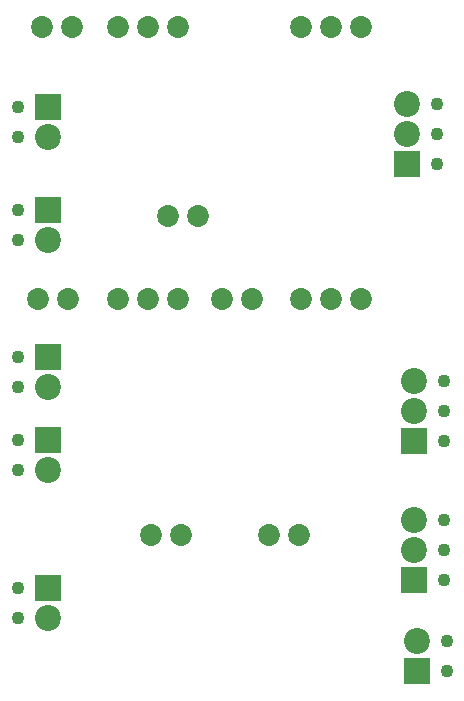
<source format=gbs>
%TF.GenerationSoftware,KiCad,Pcbnew,8.0.1*%
%TF.CreationDate,2024-09-29T19:32:40+02:00*%
%TF.ProjectId,CANPCB_TESTBENCH,43414e50-4342-45f5-9445-535442454e43,rev?*%
%TF.SameCoordinates,Original*%
%TF.FileFunction,Soldermask,Bot*%
%TF.FilePolarity,Negative*%
%FSLAX46Y46*%
G04 Gerber Fmt 4.6, Leading zero omitted, Abs format (unit mm)*
G04 Created by KiCad (PCBNEW 8.0.1) date 2024-09-29 19:32:40*
%MOMM*%
%LPD*%
G01*
G04 APERTURE LIST*
%ADD10C,1.854000*%
%ADD11C,1.100000*%
%ADD12R,2.200000X2.200000*%
%ADD13C,2.200000*%
G04 APERTURE END LIST*
D10*
%TO.C,JP10*%
X149000000Y-55000000D03*
X151540000Y-55000000D03*
%TD*%
%TO.C,JP9*%
X160540000Y-55000000D03*
X158000000Y-55000000D03*
X155460000Y-55000000D03*
%TD*%
%TO.C,JP8*%
X158230000Y-98000000D03*
X160770000Y-98000000D03*
%TD*%
%TO.C,JP7*%
X168230000Y-98000000D03*
X170770000Y-98000000D03*
%TD*%
%TO.C,JP6*%
X162270000Y-71000000D03*
X159730000Y-71000000D03*
%TD*%
%TO.C,JP5*%
X170960000Y-55000000D03*
X173500000Y-55000000D03*
X176040000Y-55000000D03*
%TD*%
%TO.C,JP4*%
X151270000Y-78000000D03*
X148730000Y-78000000D03*
%TD*%
%TO.C,JP3*%
X166770000Y-78000000D03*
X164230000Y-78000000D03*
%TD*%
%TO.C,JP2*%
X170960000Y-78000000D03*
X173500000Y-78000000D03*
X176040000Y-78000000D03*
%TD*%
%TO.C,JP1*%
X160540000Y-78000000D03*
X158000000Y-78000000D03*
X155460000Y-78000000D03*
%TD*%
D11*
%TO.C,J9*%
X146960000Y-82960000D03*
X146960000Y-85500000D03*
D12*
X149500000Y-82960000D03*
D13*
X149500000Y-85500000D03*
%TD*%
D11*
%TO.C,J8*%
X183040000Y-101790000D03*
X183040000Y-99250000D03*
X183040000Y-96710000D03*
D12*
X180500000Y-101790000D03*
D13*
X180500000Y-99250000D03*
X180500000Y-96710000D03*
%TD*%
D11*
%TO.C,J7*%
X146960000Y-102500000D03*
X146960000Y-105040000D03*
D12*
X149500000Y-102500000D03*
D13*
X149500000Y-105040000D03*
%TD*%
D11*
%TO.C,J6*%
X183040000Y-90040000D03*
X183040000Y-87500000D03*
X183040000Y-84960000D03*
D12*
X180500000Y-90040000D03*
D13*
X180500000Y-87500000D03*
X180500000Y-84960000D03*
%TD*%
D11*
%TO.C,J5*%
X146960000Y-89960000D03*
X146960000Y-92500000D03*
D12*
X149500000Y-89960000D03*
D13*
X149500000Y-92500000D03*
%TD*%
D11*
%TO.C,J4*%
X147000000Y-70460000D03*
X147000000Y-73000000D03*
D12*
X149540000Y-70460000D03*
D13*
X149540000Y-73000000D03*
%TD*%
D11*
%TO.C,J3*%
X183290000Y-109540000D03*
X183290000Y-107000000D03*
D12*
X180750000Y-109540000D03*
D13*
X180750000Y-107000000D03*
%TD*%
D11*
%TO.C,J2*%
X146960000Y-61730000D03*
X146960000Y-64270000D03*
D12*
X149500000Y-61730000D03*
D13*
X149500000Y-64270000D03*
%TD*%
D11*
%TO.C,J1*%
X182500000Y-66580000D03*
X182500000Y-64040000D03*
X182500000Y-61500000D03*
D12*
X179960000Y-66580000D03*
D13*
X179960000Y-64040000D03*
X179960000Y-61500000D03*
%TD*%
M02*

</source>
